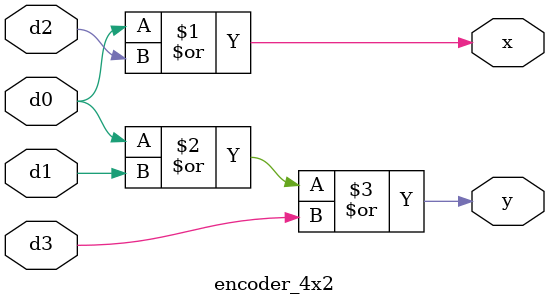
<source format=v>
`timescale 1ns / 1ps


module encoder_4x2(
    input d0,d1,d2,d3,
    output x,y);
    assign x = d0|d2;
    assign y = d0|d1|d3;
endmodule

</source>
